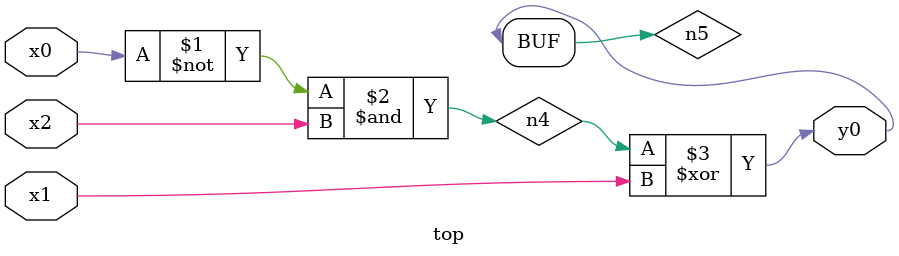
<source format=v>
module top( x0 , x1 , x2 , y0 );
  input x0 , x1 , x2 ;
  output y0 ;
  wire n4 , n5 ;
  assign n4 = ~x0 & x2 ;
  assign n5 = n4 ^ x1 ;
  assign y0 = n5 ;
endmodule

</source>
